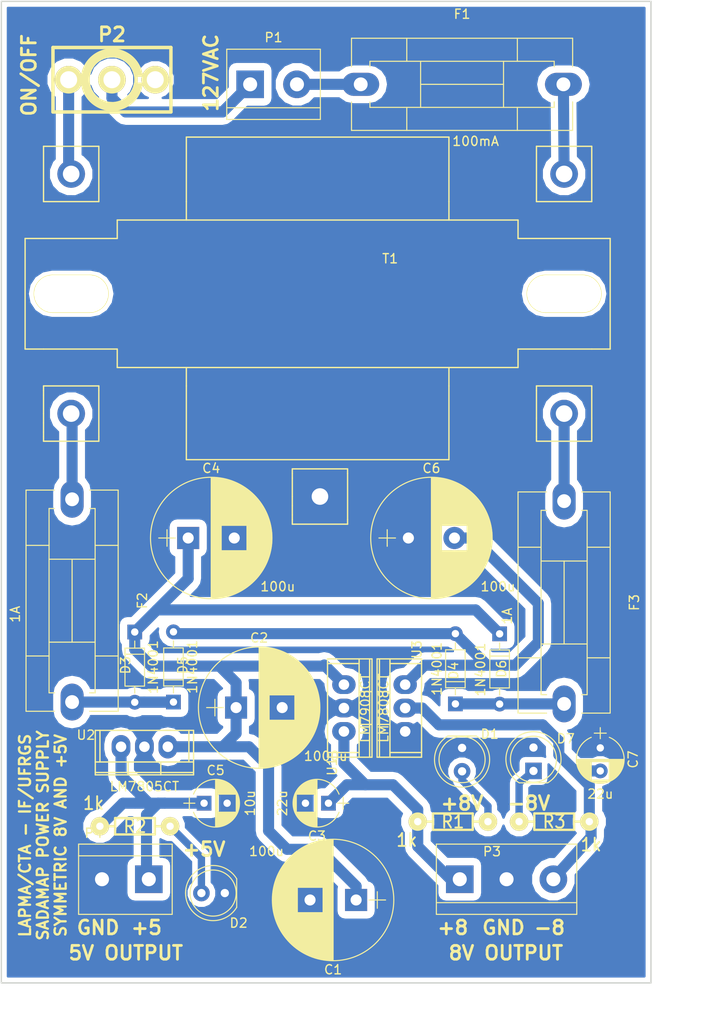
<source format=kicad_pcb>
(kicad_pcb (version 4) (host pcbnew 4.0.7)
  (title_block (title "SADAMAP Power Supply") (date 2018-01-29) (rev v1) (company "LAPMA/CTA - IF/UFRGS") (comment 1 "Projected and Designed by Alisson Claudino"))
  (layers (0 F.Cu signal) (31 B.Cu signal) (34 B.Paste user) (35 F.Paste user) (36 B.SilkS user) (37 F.SilkS user) (38 B.Mask user) (39 F.Mask user) (44 Edge.Cuts user))
  (net 0 "")
  (net 1 +12V)
  (net 2 GND)
  (net 3 +8V)
  (net 4 +5V)
  (net 5 -12V)
  (net 6 -8V)
  (net 7 "Net-(D1-Pad2)")
  (net 8 "Net-(D2-Pad2)")
  (net 9 "Net-(D3-Pad1)")
  (net 10 "Net-(D4-Pad1)")
  (net 11 "Net-(D7-Pad1)")
  (net 12 "Net-(F1-Pad2)")
  (net 13 "Net-(F1-Pad1)")
  (net 14 "Net-(F2-Pad1)")
  (net 15 "Net-(F3-Pad1)")
  (net 16 "Net-(P1-Pad1)")
  (net 17 "Net-(P2-Pad1)")
  (module Connectors:bornier3 (layer F.Cu) (at 82.75 120.25)
    (fp_text reference P3 (at 3.5 -3) (layer F.SilkS))
    (fp_text value "8V OUTPUT" (at 5 8) (layer F.SilkS) (effects (font (size 1.5 1.5) (thickness 0.3))))
    (pad 1 thru_hole rect (at 0 0) (size 3 3) (drill 1.52) (layers *.Mask B.Cu) (net 3 +8V))
    (pad 2 thru_hole circle (at 5.08 0) (size 3 3) (drill 1.52) (layers *.Mask B.Cu) (net 2 GND))
    (pad 3 thru_hole circle (at 10.16 0) (size 3 3) (drill 1.52) (layers *.Mask B.Cu) (net 6 -8V))
  )
  (module Connectors:bornier2 (layer F.Cu) (at 49 120.25 180)
    (fp_text reference P4 (at 6 5 180) (layer F.SilkS))
    (fp_text value "5V OUTPUT" (at 2.5 -8 180) (layer F.SilkS) (effects (font (size 1.5 1.5) (thickness 0.3))))
    (pad 1 thru_hole rect (at 0 0 180) (size 3 3) (drill 1.52) (layers *.Mask B.Cu) (net 4 +5V))
    (pad 2 thru_hole circle (at 5.08 0 180) (size 3 3) (drill 1.52) (layers *.Mask B.Cu) (net 2 GND))
  )
  (module Connectors:bornier2 (layer F.Cu) (at 60 34)
    (fp_text reference P1 (at 2.54 -5.08) (layer F.SilkS))
    (fp_text value 127VAC (at -4.25 -1.25 90) (layer F.SilkS) (effects (font (size 1.5 1.5) (thickness 0.3))))
    (pad 1 thru_hole rect (at 0 0) (size 3 3) (drill 1.52) (layers *.Mask B.Cu) (net 16 "Net-(P1-Pad1)"))
    (pad 2 thru_hole circle (at 5.08 0) (size 3 3) (drill 1.52) (layers *.Mask B.Cu) (net 13 "Net-(F1-Pad1)"))
  )
  (module w_pth_resistors:RC03 (layer F.Cu) (at 82 114)
    (fp_text reference R1 (at 0 0) (layer F.SilkS) (effects (font (size 1.397 1.27) (thickness 0.2032))))
    (fp_text value 1k (at -5 2) (layer F.SilkS) (effects (font (size 1.397 1.27) (thickness 0.2032))))
    (pad 1 thru_hole circle (at -3.81 0) (size 1.99898 1.99898) (drill 0.8001) (layers *.Mask B.Cu F.SilkS) (net 3 +8V))
    (pad 2 thru_hole circle (at 3.81 0) (size 1.99898 1.99898) (drill 0.8001) (layers *.Mask B.Cu F.SilkS) (net 7 "Net-(D1-Pad2)"))
  )
  (module w_pth_resistors:RC03 (layer F.Cu) (at 47.5 114.5)
    (fp_text reference R2 (at 0 0) (layer F.SilkS) (effects (font (size 1.397 1.27) (thickness 0.2032))))
    (fp_text value 1k (at -4.5 -2.5) (layer F.SilkS) (effects (font (size 1.397 1.27) (thickness 0.2032))))
    (pad 1 thru_hole circle (at -3.81 0) (size 1.99898 1.99898) (drill 0.8001) (layers *.Mask B.Cu F.SilkS) (net 4 +5V))
    (pad 2 thru_hole circle (at 3.81 0) (size 1.99898 1.99898) (drill 0.8001) (layers *.Mask B.Cu F.SilkS) (net 8 "Net-(D2-Pad2)"))
  )
  (module w_pth_resistors:RC03 (layer F.Cu) (at 93 114 180)
    (fp_text reference R3 (at 0 0 180) (layer F.SilkS) (effects (font (size 1.397 1.27) (thickness 0.2032))))
    (fp_text value 1k (at -4 -2.5 180) (layer F.SilkS) (effects (font (size 1.397 1.27) (thickness 0.2032))))
    (pad 1 thru_hole circle (at -3.81 0 180) (size 1.99898 1.99898) (drill 0.8001) (layers *.Mask B.Cu F.SilkS) (net 6 -8V))
    (pad 2 thru_hole circle (at 3.81 0 180) (size 1.99898 1.99898) (drill 0.8001) (layers *.Mask B.Cu F.SilkS) (net 11 "Net-(D7-Pad1)"))
  )
  (module Transformers_THT:12V_transformer-3T (layer F.Cu) (at 67.575 56.725 180)
    (fp_text reference T1 (at -7.62 3.81 180) (layer F.SilkS))
    (fp_text value 127:12)
    (pad 5 thru_hole circle (at 27 13 180) (size 3 3) (drill 1.8) (layers *.Mask B.Cu) (net 17 "Net-(P2-Pad1)"))
    (pad 2 thru_hole circle (at 0 -22 180) (size 3 3) (drill 1.8) (layers *.Mask B.Cu) (net 2 GND))
    (pad "" thru_hole oval (at -26.5 0 180) (size 8 4) (drill oval 8 4) (layers *.Cu *.Mask))
    (pad 1 thru_hole circle (at -26.5 -13 180) (size 3 3) (drill 1.8) (layers *.Mask B.Cu) (net 15 "Net-(F3-Pad1)"))
    (pad 3 thru_hole circle (at 27 -13 180) (size 3 3) (drill 1.8) (layers *.Mask B.Cu) (net 14 "Net-(F2-Pad1)"))
    (pad 4 thru_hole circle (at -26.5 13 180) (size 3 3) (drill 1.8) (layers *.Mask B.Cu) (net 12 "Net-(F1-Pad2)"))
    (pad "" thru_hole oval (at 27 0 180) (size 8 4) (drill oval 8 4) (layers *.Cu *.Mask))
  )
  (module Diodes_THT:D_DO-35_SOD27_P7.62mm_Horizontal (layer F.Cu) (at 87.075 93.625 270)
    (fp_text reference D6 (at 3.8 -0.2 270) (layer F.SilkS))
    (fp_text value 1N4001 (at 3.8 6.8 270) (layer F.SilkS))
    (pad 1 thru_hole rect (at 0 0 270) (size 1.6 1.6) (drill 0.8) (layers *.Mask B.Cu) (net 1 +12V))
    (pad 2 thru_hole oval (at 7.62 0 270) (size 1.6 1.6) (drill 0.8) (layers *.Mask B.Cu) (net 10 "Net-(D4-Pad1)"))
  )
  (module Diodes_THT:D_DO-35_SOD27_P7.62mm_Horizontal (layer F.Cu) (at 47.475 93.425 270)
    (fp_text reference D5 (at 3.6 -5.2 270) (layer F.SilkS))
    (fp_text value 1N4001 (at 3.8 -2 270) (layer F.SilkS))
    (pad 1 thru_hole rect (at 0 0 270) (size 1.6 1.6) (drill 0.8) (layers *.Mask B.Cu) (net 1 +12V))
    (pad 2 thru_hole oval (at 7.62 0 270) (size 1.6 1.6) (drill 0.8) (layers *.Mask B.Cu) (net 9 "Net-(D3-Pad1)"))
  )
  (module Diodes_THT:D_DO-35_SOD27_P7.62mm_Horizontal (layer F.Cu) (at 82.275 101.225 90)
    (fp_text reference D4 (at 3.6 -0.2 90) (layer F.SilkS))
    (fp_text value 1N4001 (at 3.725 2.725 90) (layer F.SilkS))
    (pad 1 thru_hole rect (at 0 0 90) (size 1.6 1.6) (drill 0.8) (layers *.Mask B.Cu) (net 10 "Net-(D4-Pad1)"))
    (pad 2 thru_hole oval (at 7.62 0 90) (size 1.6 1.6) (drill 0.8) (layers *.Mask B.Cu) (net 5 -12V))
  )
  (module Diodes_THT:D_DO-35_SOD27_P7.62mm_Horizontal (layer F.Cu) (at 51.675 101.025 90)
    (fp_text reference D3 (at 4 -5.2 90) (layer F.SilkS))
    (fp_text value 1N4001 (at 3.81 2.06 90) (layer F.SilkS))
    (pad 1 thru_hole rect (at 0 0 90) (size 1.6 1.6) (drill 0.8) (layers *.Mask B.Cu) (net 9 "Net-(D3-Pad1)"))
    (pad 2 thru_hole oval (at 7.62 0 90) (size 1.6 1.6) (drill 0.8) (layers *.Mask B.Cu) (net 5 -12V))
  )
  (module LEDs:LED_D5.0mm (layer F.Cu) (at 90.75 108.5 90)
    (fp_text reference D7 (at 3.5 3.5 180) (layer F.SilkS))
    (fp_text value -8V (at -3.5 -0.5 180) (layer F.SilkS) (effects (font (size 1.5 1.5) (thickness 0.3))))
    (pad 1 thru_hole rect (at 0 0 90) (size 1.8 1.8) (drill 0.9) (layers *.Mask B.Cu) (net 11 "Net-(D7-Pad1)"))
    (pad 2 thru_hole circle (at 2.54 0 90) (size 1.8 1.8) (drill 0.9) (layers *.Mask B.Cu) (net 2 GND))
  )
  (module LEDs:LED_D5.0mm (layer F.Cu) (at 57.25 121.75 180)
    (fp_text reference D2 (at -1.5 -3.25 180) (layer F.SilkS))
    (fp_text value +5V (at 2.25 4.75 180) (layer F.SilkS) (effects (font (size 1.5 1.5) (thickness 0.3))))
    (pad 1 thru_hole rect (at 0 0 180) (size 1.8 1.8) (drill 0.9) (layers *.Mask B.Cu) (net 2 GND))
    (pad 2 thru_hole circle (at 2.54 0 180) (size 1.8 1.8) (drill 0.9) (layers *.Mask B.Cu) (net 8 "Net-(D2-Pad2)"))
  )
  (module LEDs:LED_D5.0mm (layer F.Cu) (at 83 106 270)
    (fp_text reference D1 (at -1.5 -3 360) (layer F.SilkS))
    (fp_text value +8V (at 6 0 360) (layer F.SilkS) (effects (font (size 1.5 1.5) (thickness 0.3))))
    (pad 1 thru_hole rect (at 0 0 270) (size 1.8 1.8) (drill 0.9) (layers *.Mask B.Cu) (net 2 GND))
    (pad 2 thru_hole circle (at 2.54 0 270) (size 1.8 1.8) (drill 0.9) (layers *.Mask B.Cu) (net 7 "Net-(D1-Pad2)"))
  )
  (module w_switch:switch_100sp5 (layer F.Cu) (at 45 33.5)
    (fp_text reference P2 (at 0 -4.89966) (layer F.SilkS) (effects (font (thickness 0.3048))))
    (fp_text value ON/OFF (at -9 -0.5 90) (layer F.SilkS) (effects (font (size 1.5 1.5) (thickness 0.3048))))
    (pad 1 thru_hole circle (at -4.699 0) (size 2.9972 2.9972) (drill 1.84658) (layers *.Mask B.Cu F.SilkS) (net 17 "Net-(P2-Pad1)"))
    (pad 2 thru_hole circle (at 0 0) (size 2.9972 2.9972) (drill 1.84658) (layers *.Mask B.Cu F.SilkS) (net 16 "Net-(P1-Pad1)"))
    (pad 3 thru_hole circle (at 4.699 0) (size 2.9972 2.9972) (drill 1.84658) (layers *.Mask B.Cu F.SilkS))
  )
  (module Capacitors_THT:CP_Radial_D13.0mm_P5.00mm (layer F.Cu) (at 58.475 101.625)
    (fp_text reference C2 (at 2.5 -7.56) (layer F.SilkS))
    (fp_text value 1000u (at 9.725 5.275) (layer F.SilkS))
    (pad 1 thru_hole rect (at 0 0) (size 2.4 2.4) (drill 1.2) (layers *.Mask B.Cu) (net 1 +12V))
    (pad 2 thru_hole circle (at 5 0) (size 2.4 2.4) (drill 1.2) (layers *.Mask B.Cu) (net 2 GND))
  )
  (module Capacitors_THT:CP_Radial_D13.0mm_P5.00mm (layer F.Cu) (at 71.5 122.5 180)
    (fp_text reference C1 (at 2.5 -7.56 180) (layer F.SilkS))
    (fp_text value 100u (at 9.725 5.275 180) (layer F.SilkS))
    (pad 1 thru_hole rect (at 0 0 180) (size 2.4 2.4) (drill 1.2) (layers *.Mask B.Cu) (net 1 +12V))
    (pad 2 thru_hole circle (at 5 0 180) (size 2.4 2.4) (drill 1.2) (layers *.Mask B.Cu) (net 2 GND))
  )
  (module Capacitors_THT:CP_Radial_D13.0mm_P5.00mm (layer F.Cu) (at 53.275 83.225)
    (fp_text reference C4 (at 2.5 -7.56) (layer F.SilkS))
    (fp_text value 100u (at 9.725 5.275) (layer F.SilkS))
    (pad 1 thru_hole rect (at 0 0) (size 2.4 2.4) (drill 1.2) (layers *.Mask B.Cu) (net 1 +12V))
    (pad 2 thru_hole circle (at 5 0) (size 2.4 2.4) (drill 1.2) (layers *.Mask B.Cu) (net 2 GND))
  )
  (module Capacitors_THT:CP_Radial_D13.0mm_P5.00mm (layer F.Cu) (at 77.175 83.225)
    (fp_text reference C6 (at 2.5 -7.56) (layer F.SilkS))
    (fp_text value 100u (at 9.725 5.275) (layer F.SilkS))
    (pad 1 thru_hole rect (at 0 0) (size 2.4 2.4) (drill 1.2) (layers *.Mask B.Cu) (net 2 GND))
    (pad 2 thru_hole circle (at 5 0) (size 2.4 2.4) (drill 1.2) (layers *.Mask B.Cu) (net 5 -12V))
  )
  (module Power_Integrations:TO-220 (layer F.Cu) (at 70.175 101.675 270)
    (fp_text reference U1 (at 6.35 1.27 270) (layer F.SilkS))
    (fp_text value LM7808CT (at 0 -4.318 270) (layer F.SilkS))
    (pad 2 thru_hole oval (at 0 0 270) (size 2.032 2.54) (drill 1.143) (layers *.Mask B.Cu) (net 2 GND))
    (pad 3 thru_hole oval (at 2.54 0 270) (size 2.032 2.54) (drill 1.143) (layers *.Mask B.Cu) (net 3 +8V))
    (pad 1 thru_hole oval (at -2.54 0 270) (size 2.032 2.54) (drill 1.143) (layers *.Mask B.Cu) (net 1 +12V))
  )
  (module Power_Integrations:TO-220 (layer F.Cu) (at 48.525 105.875 180)
    (fp_text reference U2 (at 6.35 1.27 180) (layer F.SilkS))
    (fp_text value LM7805CT (at 0 -4.318 180) (layer F.SilkS))
    (pad 2 thru_hole oval (at 0 0 180) (size 2.032 2.54) (drill 1.143) (layers *.Mask B.Cu) (net 2 GND))
    (pad 3 thru_hole oval (at 2.54 0 180) (size 2.032 2.54) (drill 1.143) (layers *.Mask B.Cu) (net 4 +5V))
    (pad 1 thru_hole oval (at -2.54 0 180) (size 2.032 2.54) (drill 1.143) (layers *.Mask B.Cu) (net 1 +12V))
  )
  (module Power_Integrations:TO-220 (layer F.Cu) (at 76.825 101.675 90)
    (fp_text reference U3 (at 6.35 1.27 90) (layer F.SilkS))
    (fp_text value LM7908CT (at 0 -4.318 90) (layer F.SilkS))
    (pad 2 thru_hole oval (at 0 0 90) (size 2.032 2.54) (drill 1.143) (layers *.Mask B.Cu) (net 6 -8V))
    (pad 3 thru_hole oval (at 2.54 0 90) (size 2.032 2.54) (drill 1.143) (layers *.Mask B.Cu) (net 5 -12V))
    (pad 1 thru_hole oval (at -2.54 0 90) (size 2.032 2.54) (drill 1.143) (layers *.Mask B.Cu) (net 2 GND))
  )
  (module Fuse_Holders_and_Fuses:Fuseholder5x20_horiz_SemiClosed_Casing10x25mm (layer F.Cu) (at 94.075 79.225 270)
    (fp_text reference F3 (at 11 -7.62 270) (layer F.SilkS))
    (fp_text value 1A (at 12.475 6.175 270) (layer F.SilkS))
    (pad 2 thru_hole oval (at 22 0 180) (size 2.5 4) (drill 1.5) (layers *.Mask B.Cu) (net 10 "Net-(D4-Pad1)"))
    (pad 1 thru_hole oval (at 0 0 180) (size 2.5 4) (drill 1.5) (layers *.Mask B.Cu) (net 15 "Net-(F3-Pad1)"))
  )
  (module Fuse_Holders_and_Fuses:Fuseholder5x20_horiz_SemiClosed_Casing10x25mm (layer F.Cu) (at 40.675 79.025 270)
    (fp_text reference F2 (at 11 -7.62 270) (layer F.SilkS))
    (fp_text value 1A (at 12.475 6.175 270) (layer F.SilkS))
    (pad 2 thru_hole oval (at 22 0 180) (size 2.5 4) (drill 1.5) (layers *.Mask B.Cu) (net 9 "Net-(D3-Pad1)"))
    (pad 1 thru_hole oval (at 0 0 180) (size 2.5 4) (drill 1.5) (layers *.Mask B.Cu) (net 14 "Net-(F2-Pad1)"))
  )
  (module Fuse_Holders_and_Fuses:Fuseholder5x20_horiz_SemiClosed_Casing10x25mm (layer F.Cu) (at 72 34)
    (fp_text reference F1 (at 11 -7.62) (layer F.SilkS))
    (fp_text value 100mA (at 12.475 6.175) (layer F.SilkS))
    (pad 2 thru_hole oval (at 22 0 270) (size 2.5 4) (drill 1.5) (layers *.Mask B.Cu) (net 12 "Net-(F1-Pad2)"))
    (pad 1 thru_hole oval (at 0 0 270) (size 2.5 4) (drill 1.5) (layers *.Mask B.Cu) (net 13 "Net-(F1-Pad1)"))
  )
  (module Capacitors_THT:CP_Radial_D5.0mm_P2.50mm (layer F.Cu) (at 68.5 112 180)
    (fp_text reference C3 (at 1.25 -3.56 180) (layer F.SilkS))
    (fp_text value 22u (at 5 0 270) (layer F.SilkS))
    (pad 1 thru_hole rect (at 0 0 180) (size 1.6 1.6) (drill 0.8) (layers *.Mask B.Cu) (net 3 +8V))
    (pad 2 thru_hole circle (at 2.5 0 180) (size 1.6 1.6) (drill 0.8) (layers *.Mask B.Cu) (net 2 GND))
  )
  (module Capacitors_THT:CP_Radial_D5.0mm_P2.50mm (layer F.Cu) (at 55 112)
    (fp_text reference C5 (at 1.25 -3.56) (layer F.SilkS))
    (fp_text value 10u (at 5 0 90) (layer F.SilkS))
    (pad 1 thru_hole rect (at 0 0) (size 1.6 1.6) (drill 0.8) (layers *.Mask B.Cu) (net 4 +5V))
    (pad 2 thru_hole circle (at 2.5 0) (size 1.6 1.6) (drill 0.8) (layers *.Mask B.Cu) (net 2 GND))
  )
  (module Capacitors_THT:CP_Radial_D5.0mm_P2.50mm (layer F.Cu) (at 98 106 270)
    (fp_text reference C7 (at 1.25 -3.56 270) (layer F.SilkS))
    (fp_text value 22u (at 5 0 360) (layer F.SilkS))
    (pad 1 thru_hole rect (at 0 0 270) (size 1.6 1.6) (drill 0.8) (layers *.Mask B.Cu) (net 2 GND))
    (pad 2 thru_hole circle (at 2.5 0 270) (size 1.6 1.6) (drill 0.8) (layers *.Mask B.Cu) (net 6 -8V))
  )
  (gr_text "LAPMA/CTA - IF/UFRGS\nSADAMAP POWER SUPPLY\nSYMMETRIC 8V AND +5V" (at 37.5 115.5 90) (layer F.SilkS) (effects (font (size 1.2 1.2) (thickness 0.25))))
  (gr_line (start 33 25) (end 103.5 25) (angle 90) (layer Edge.Cuts) (width 0.15))
  (gr_line (start 33 101) (end 33 25) (angle 90) (layer Edge.Cuts) (width 0.15))
  (gr_line (start 33 131.5) (end 103.5 131.5) (angle 90) (layer Edge.Cuts) (width 0.15))
  (gr_line (start 33 101) (end 33 131.5) (angle 90) (layer Edge.Cuts) (width 0.15))
  (gr_line (start 103.5 25) (end 103.5 107.5) (angle 90) (layer Edge.Cuts) (width 0.15))
  (gr_line (start 103.5 107.5) (end 103.5 131.5) (angle 90) (layer Edge.Cuts) (width 0.15))
  (gr_text "GND\n" (at 43.5 125.5) (layer F.SilkS) (effects (font (size 1.5 1.5) (thickness 0.3))))
  (gr_text +5 (at 48.75 125.5) (layer F.SilkS) (effects (font (size 1.5 1.5) (thickness 0.3))))
  (gr_text GND (at 87.5 125.5) (layer F.SilkS) (effects (font (size 1.5 1.5) (thickness 0.3))))
  (gr_text -8 (at 92.5 125.5) (layer F.SilkS) (effects (font (size 1.5 1.5) (thickness 0.3))))
  (gr_text +8 (at 82 125.5) (layer F.SilkS) (effects (font (size 1.5 1.5) (thickness 0.3))))
  (segment (start 71.5 122.5) (end 71.5 121) (width 1.2) (layer B.Cu) (net 1))
  (segment (start 59.875 105.875) (end 57.025 105.875) (width 1.2) (layer B.Cu) (net 1))
  (segment (start 62 108) (end 59.875 105.875) (width 1.2) (layer B.Cu) (net 1))
  (segment (start 62 115) (end 62 108) (width 1.2) (layer B.Cu) (net 1))
  (segment (start 64 117) (end 62 115) (width 1.2) (layer B.Cu) (net 1))
  (segment (start 67.5 117) (end 64 117) (width 1.2) (layer B.Cu) (net 1))
  (segment (start 71.5 121) (end 67.5 117) (width 1.2) (layer B.Cu) (net 1))
  (segment (start 68.04 97) (end 70.175 99.135) (width 1.2) (layer B.Cu) (net 1))
  (segment (start 51.065 105.875) (end 57.025 105.875) (width 1.2) (layer B.Cu) (net 1))
  (segment (start 58.475 104.425) (end 58.475 101.625) (width 1.2) (layer B.Cu) (net 1))
  (segment (start 57.025 105.875) (end 58.475 104.425) (width 1.2) (layer B.Cu) (net 1))
  (segment (start 70.175 99.135) (end 68.165 97.125) (width 1.2) (layer B.Cu) (net 1))
  (segment (start 68.165 97.125) (end 56.675 97.125) (width 1.2) (layer B.Cu) (net 1))
  (segment (start 58.475 101.625) (end 58.475 98.925) (width 1.2) (layer B.Cu) (net 1))
  (segment (start 58.475 98.925) (end 56.675 97.125) (width 1.2) (layer B.Cu) (net 1))
  (segment (start 47.475 95.325) (end 47.475 93.425) (width 1.2) (layer B.Cu) (net 1))
  (segment (start 49.275 97.125) (end 47.475 95.325) (width 1.2) (layer B.Cu) (net 1))
  (segment (start 56.675 97.125) (end 49.275 97.125) (width 1.2) (layer B.Cu) (net 1))
  (segment (start 49.875 91.025) (end 53.275 87.625) (width 1.2) (layer B.Cu) (net 1))
  (segment (start 53.275 87.625) (end 53.275 83.225) (width 1.2) (layer B.Cu) (net 1))
  (segment (start 87.075 93.625) (end 84.475 91.025) (width 1.2) (layer B.Cu) (net 1))
  (segment (start 49.875 91.025) (end 47.475 93.425) (width 1.2) (layer B.Cu) (net 1))
  (segment (start 84.475 91.025) (end 49.875 91.025) (width 1.2) (layer B.Cu) (net 1))
  (segment (start 82.75 120.25) (end 81.75 120.25) (width 1.2) (layer B.Cu) (net 3))
  (segment (start 81.75 120.25) (end 78.19 116.69) (width 1.2) (layer B.Cu) (net 3))
  (segment (start 78.19 116.69) (end 78.19 114) (width 1.2) (layer B.Cu) (net 3))
  (segment (start 72.5 110) (end 75.5 110) (width 1.2) (layer B.Cu) (net 3))
  (segment (start 78.19 112.69) (end 78.19 114) (width 1.2) (layer B.Cu) (net 3))
  (segment (start 75.5 110) (end 78.19 112.69) (width 1.2) (layer B.Cu) (net 3))
  (segment (start 68.5 112) (end 70.5 110) (width 1.2) (layer B.Cu) (net 3))
  (segment (start 70.5 110) (end 72.5 110) (width 1.2) (layer B.Cu) (net 3))
  (segment (start 70.175 107.675) (end 70.175 104.215) (width 1.2) (layer B.Cu) (net 3))
  (segment (start 72.5 110) (end 70.175 107.675) (width 1.2) (layer B.Cu) (net 3))
  (segment (start 50.75 112) (end 50 112) (width 1.2) (layer B.Cu) (net 4))
  (segment (start 48.75 113.25) (end 48.75 120) (width 1.2) (layer B.Cu) (net 4))
  (segment (start 50 112) (end 48.75 113.25) (width 1.2) (layer B.Cu) (net 4))
  (segment (start 48.75 120) (end 49 120.25) (width 1.2) (layer B.Cu) (net 4))
  (segment (start 45.985 105.875) (end 45.985 108.985) (width 1.2) (layer B.Cu) (net 4))
  (segment (start 45.985 108.985) (end 49 112) (width 1.2) (layer B.Cu) (net 4))
  (segment (start 47.5 112) (end 46.19 112) (width 1.2) (layer B.Cu) (net 4))
  (segment (start 55 112) (end 50.75 112) (width 1.2) (layer B.Cu) (net 4))
  (segment (start 50.75 112) (end 49 112) (width 1.2) (layer B.Cu) (net 4))
  (segment (start 49 112) (end 47.5 112) (width 1.2) (layer B.Cu) (net 4))
  (segment (start 46.19 112) (end 43.69 114.5) (width 1.2) (layer B.Cu) (net 4))
  (segment (start 79.625 97.025) (end 78.935 97.025) (width 1.2) (layer B.Cu) (net 5))
  (segment (start 78.935 97.025) (end 76.825 99.135) (width 1.2) (layer B.Cu) (net 5))
  (segment (start 79.785 97.025) (end 79.625 97.025) (width 1.2) (layer B.Cu) (net 5))
  (segment (start 79.625 97.025) (end 85.695 97.025) (width 1.2) (layer B.Cu) (net 5))
  (segment (start 82.175 83.225) (end 84.175 83.225) (width 1.2) (layer B.Cu) (net 5))
  (segment (start 85.695 97.025) (end 82.275 93.605) (width 1.2) (layer B.Cu) (net 5))
  (segment (start 88.775 97.025) (end 85.695 97.025) (width 1.2) (layer B.Cu) (net 5))
  (segment (start 91.275 94.525) (end 88.775 97.025) (width 1.2) (layer B.Cu) (net 5))
  (segment (start 91.275 90.325) (end 91.275 94.525) (width 1.2) (layer B.Cu) (net 5))
  (segment (start 84.175 83.225) (end 91.275 90.325) (width 1.2) (layer B.Cu) (net 5))
  (segment (start 51.675 93.405) (end 51.875 93.605) (width 1.2) (layer B.Cu) (net 5))
  (segment (start 51.875 93.605) (end 82.275 93.605) (width 1.2) (layer B.Cu) (net 5))
  (segment (start 96.81 114) (end 96.81 110.06) (width 1.2) (layer B.Cu) (net 6))
  (segment (start 96.81 110.06) (end 95.25 108.5) (width 1.2) (layer B.Cu) (net 6))
  (segment (start 91.75 103.5) (end 93.5 105.25) (width 1.2) (layer B.Cu) (net 6))
  (segment (start 93.5 105.25) (end 93.5 106.75) (width 1.2) (layer B.Cu) (net 6))
  (segment (start 93.5 106.75) (end 95.25 108.5) (width 1.2) (layer B.Cu) (net 6))
  (segment (start 76.825 101.675) (end 78.675 101.675) (width 1.2) (layer B.Cu) (net 6))
  (segment (start 80.5 103.5) (end 91.75 103.5) (width 1.2) (layer B.Cu) (net 6))
  (segment (start 78.675 101.675) (end 80.5 103.5) (width 1.2) (layer B.Cu) (net 6))
  (segment (start 95.25 108.5) (end 98 108.5) (width 1.2) (layer B.Cu) (net 6))
  (segment (start 97 114.19) (end 97 115.66) (width 1.2) (layer B.Cu) (net 6))
  (segment (start 97 115.66) (end 92.41 120.75) (width 1.2) (layer B.Cu) (net 6))
  (segment (start 97 114.19) (end 96.81 114) (width 1.2) (layer B.Cu) (net 6))
  (segment (start 83 108.54) (end 83 109.5) (width 0.8) (layer B.Cu) (net 7))
  (segment (start 85.81 112.31) (end 85.81 114) (width 0.8) (layer B.Cu) (net 7))
  (segment (start 83 109.5) (end 85.81 112.31) (width 0.8) (layer B.Cu) (net 7))
  (segment (start 54.71 121.75) (end 54.71 117.9) (width 0.8) (layer B.Cu) (net 8))
  (segment (start 54.71 117.9) (end 51.31 114.5) (width 0.8) (layer B.Cu) (net 8))
  (segment (start 47.475 101.045) (end 51.655 101.045) (width 1.2) (layer B.Cu) (net 9))
  (segment (start 51.655 101.045) (end 51.675 101.025) (width 1.2) (layer B.Cu) (net 9))
  (segment (start 51.675 101.025) (end 48.495 101.025) (width 1.2) (layer B.Cu) (net 9))
  (segment (start 48.495 101.025) (end 40.675 101.025) (width 1.2) (layer B.Cu) (net 9))
  (segment (start 82.275 101.225) (end 87.055 101.225) (width 1.2) (layer B.Cu) (net 10))
  (segment (start 87.055 101.225) (end 87.075 101.245) (width 1.2) (layer B.Cu) (net 10))
  (segment (start 94.075 101.225) (end 87.095 101.225) (width 1.2) (layer B.Cu) (net 10))
  (segment (start 89.19 114) (end 89.19 109.81) (width 0.8) (layer B.Cu) (net 11))
  (segment (start 89.19 109.81) (end 90.75 108.5) (width 0.8) (layer B.Cu) (net 11))
  (segment (start 94.075 43.725) (end 94 34) (width 1.2) (layer B.Cu) (net 12))
  (segment (start 65.08 34) (end 72 34) (width 1.2) (layer B.Cu) (net 13))
  (segment (start 40.575 69.725) (end 40.675 69.825) (width 1.2) (layer B.Cu) (net 14))
  (segment (start 40.675 69.825) (end 40.675 79.025) (width 1.2) (layer B.Cu) (net 14))
  (segment (start 40.675 79.025) (end 40.575 78.925) (width 1.2) (layer B.Cu) (net 14))
  (segment (start 94.075 69.725) (end 94.075 79.225) (width 1.2) (layer B.Cu) (net 15))
  (segment (start 45 33.5) (end 45 35.5) (width 1.2) (layer B.Cu) (net 16))
  (segment (start 57 37) (end 60 34) (width 1.2) (layer B.Cu) (net 16))
  (segment (start 46.5 37) (end 57 37) (width 1.2) (layer B.Cu) (net 16))
  (segment (start 45 35.5) (end 46.5 37) (width 1.2) (layer B.Cu) (net 16))
  (segment (start 45 33.25) (end 45 33.5) (width 0.8) (layer B.Cu) (net 16))
  (segment (start 40.301 33.5) (end 40.301 43.451) (width 1.2) (layer B.Cu) (net 17))
  (segment (start 40.301 43.451) (end 40.575 43.725) (width 1.2) (layer B.Cu) (net 17))
  (segment (start 40.575 43.725) (end 40.376 43.526) (width 1.2) (layer B.Cu) (net 17))
  (segment (start 40.301 33.5) (end 40.5 33.699) (width 0.8) (layer B.Cu) (net 17))
  (zone (net 2) (net_name GND) (layer B.Cu) (connect_pads yes (clearance 0.508)) (min_thickness 0.254) (fill yes (arc_segments 16) (thermal_gap 0.508) (thermal_bridge_width 0.508))
    (polygon (pts (xy 103.5 131.5) (xy 33 131.5) (xy 33 25) (xy 103.5 25)))
  )
)
</source>
